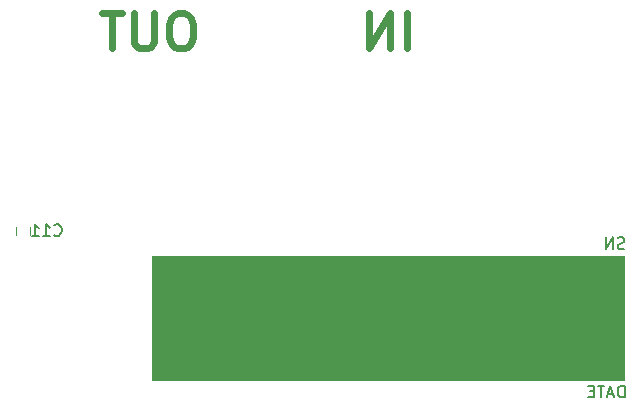
<source format=gbr>
G04 #@! TF.GenerationSoftware,KiCad,Pcbnew,(5.1.0-344-gd281f051e)*
G04 #@! TF.CreationDate,2019-04-25T22:00:11+09:00*
G04 #@! TF.ProjectId,driver,64726976-6572-42e6-9b69-6361645f7063,rev?*
G04 #@! TF.SameCoordinates,Original*
G04 #@! TF.FileFunction,Legend,Bot*
G04 #@! TF.FilePolarity,Positive*
%FSLAX46Y46*%
G04 Gerber Fmt 4.6, Leading zero omitted, Abs format (unit mm)*
G04 Created by KiCad (PCBNEW (5.1.0-344-gd281f051e)) date 2019-04-25 22:00:11*
%MOMM*%
%LPD*%
G04 APERTURE LIST*
%ADD10C,0.150000*%
%ADD11C,0.100000*%
%ADD12C,0.600000*%
%ADD13C,0.120000*%
G04 APERTURE END LIST*
D10*
X168523809Y-90902380D02*
X168523809Y-89902380D01*
X168285714Y-89902380D01*
X168142857Y-89950000D01*
X168047619Y-90045238D01*
X168000000Y-90140476D01*
X167952380Y-90330952D01*
X167952380Y-90473809D01*
X168000000Y-90664285D01*
X168047619Y-90759523D01*
X168142857Y-90854761D01*
X168285714Y-90902380D01*
X168523809Y-90902380D01*
X167571428Y-90616666D02*
X167095238Y-90616666D01*
X167666666Y-90902380D02*
X167333333Y-89902380D01*
X167000000Y-90902380D01*
X166809523Y-89902380D02*
X166238095Y-89902380D01*
X166523809Y-90902380D02*
X166523809Y-89902380D01*
X165904761Y-90378571D02*
X165571428Y-90378571D01*
X165428571Y-90902380D02*
X165904761Y-90902380D01*
X165904761Y-89902380D01*
X165428571Y-89902380D01*
X168509523Y-78304761D02*
X168366666Y-78352380D01*
X168128571Y-78352380D01*
X168033333Y-78304761D01*
X167985714Y-78257142D01*
X167938095Y-78161904D01*
X167938095Y-78066666D01*
X167985714Y-77971428D01*
X168033333Y-77923809D01*
X168128571Y-77876190D01*
X168319047Y-77828571D01*
X168414285Y-77780952D01*
X168461904Y-77733333D01*
X168509523Y-77638095D01*
X168509523Y-77542857D01*
X168461904Y-77447619D01*
X168414285Y-77400000D01*
X168319047Y-77352380D01*
X168080952Y-77352380D01*
X167938095Y-77400000D01*
X167509523Y-78352380D02*
X167509523Y-77352380D01*
X166938095Y-78352380D01*
X166938095Y-77352380D01*
D11*
G36*
X168500000Y-89450000D02*
G01*
X128500000Y-89450000D01*
X128500000Y-78950000D01*
X168500000Y-78950000D01*
X168500000Y-89450000D01*
G37*
X168500000Y-89450000D02*
X128500000Y-89450000D01*
X128500000Y-78950000D01*
X168500000Y-78950000D01*
X168500000Y-89450000D01*
D12*
X131250000Y-58357142D02*
X130678571Y-58357142D01*
X130392857Y-58500000D01*
X130107142Y-58785714D01*
X129964285Y-59357142D01*
X129964285Y-60357142D01*
X130107142Y-60928571D01*
X130392857Y-61214285D01*
X130678571Y-61357142D01*
X131250000Y-61357142D01*
X131535714Y-61214285D01*
X131821428Y-60928571D01*
X131964285Y-60357142D01*
X131964285Y-59357142D01*
X131821428Y-58785714D01*
X131535714Y-58500000D01*
X131250000Y-58357142D01*
X128678571Y-58357142D02*
X128678571Y-60785714D01*
X128535714Y-61071428D01*
X128392857Y-61214285D01*
X128107142Y-61357142D01*
X127535714Y-61357142D01*
X127250000Y-61214285D01*
X127107142Y-61071428D01*
X126964285Y-60785714D01*
X126964285Y-58357142D01*
X125964285Y-58357142D02*
X124250000Y-58357142D01*
X125107142Y-61357142D02*
X125107142Y-58357142D01*
X150071428Y-61357142D02*
X150071428Y-58357142D01*
X148642857Y-61357142D02*
X148642857Y-58357142D01*
X146928571Y-61357142D01*
X146928571Y-58357142D01*
D13*
X117000000Y-76450000D02*
X117000000Y-77150000D01*
X118200000Y-77150000D02*
X118200000Y-76450000D01*
D10*
X120242857Y-77157142D02*
X120290476Y-77204761D01*
X120433333Y-77252380D01*
X120528571Y-77252380D01*
X120671428Y-77204761D01*
X120766666Y-77109523D01*
X120814285Y-77014285D01*
X120861904Y-76823809D01*
X120861904Y-76680952D01*
X120814285Y-76490476D01*
X120766666Y-76395238D01*
X120671428Y-76300000D01*
X120528571Y-76252380D01*
X120433333Y-76252380D01*
X120290476Y-76300000D01*
X120242857Y-76347619D01*
X119290476Y-77252380D02*
X119861904Y-77252380D01*
X119576190Y-77252380D02*
X119576190Y-76252380D01*
X119671428Y-76395238D01*
X119766666Y-76490476D01*
X119861904Y-76538095D01*
X118338095Y-77252380D02*
X118909523Y-77252380D01*
X118623809Y-77252380D02*
X118623809Y-76252380D01*
X118719047Y-76395238D01*
X118814285Y-76490476D01*
X118909523Y-76538095D01*
M02*

</source>
